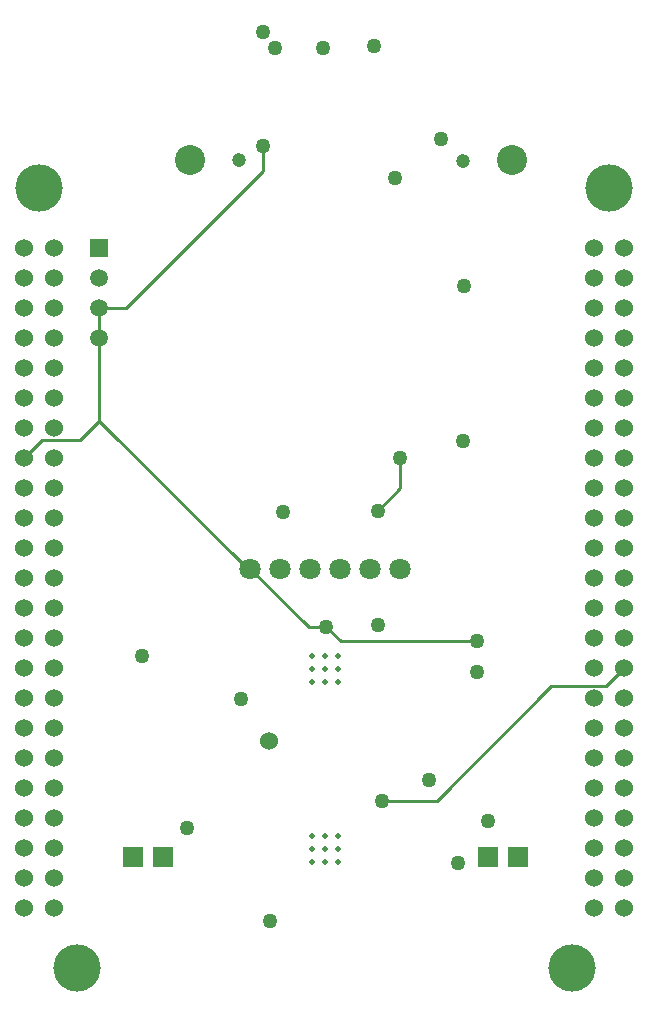
<source format=gbr>
G04 Layer_Physical_Order=2*
G04 Layer_Color=16440176*
%FSLAX26Y26*%
%MOIN*%
%TF.FileFunction,Copper,L2,Inr,Signal*%
%TF.Part,Single*%
G01*
G75*
%TA.AperFunction,Conductor*%
%ADD12C,0.010000*%
%TA.AperFunction,ComponentPad*%
%ADD13C,0.157480*%
%ADD14C,0.060000*%
%TA.AperFunction,ViaPad*%
%ADD15C,0.060000*%
%TA.AperFunction,ComponentPad*%
%ADD16C,0.100000*%
%ADD17C,0.047000*%
%ADD18R,0.059055X0.059055*%
%ADD19C,0.059055*%
%ADD20R,0.070866X0.070866*%
%ADD21C,0.070866*%
%TA.AperFunction,ViaPad*%
%ADD22C,0.050000*%
%ADD23C,0.019685*%
D12*
X653000Y-1069000D02*
X847000Y-1263000D01*
X906000D01*
X695000Y257992D02*
Y340000D01*
X150000Y-200000D02*
X237008D01*
X695000Y257992D01*
X85000Y-640000D02*
X150000Y-575000D01*
X-40000Y-640000D02*
X85000D01*
X644000Y-1069000D02*
X653000D01*
X150000Y-575000D02*
X644000Y-1069000D01*
X1840000Y-1460000D02*
X1900000Y-1400000D01*
X1093000Y-1843000D02*
X1273647D01*
X1656647Y-1460000D01*
X1840000D01*
X-100000Y-700000D02*
X-40000Y-640000D01*
X150000Y-575000D02*
Y-200000D01*
X1153000Y-799928D02*
Y-698779D01*
X1077928Y-875000D02*
X1153000Y-799928D01*
X906000Y-1263000D02*
X954000Y-1311000D01*
X1388000Y-1309000D02*
X1390000Y-1311000D01*
X954000D02*
X1390000D01*
X1410000D01*
D13*
X1850000Y200000D02*
D03*
X-50000D02*
D03*
X75000Y-2400000D02*
D03*
X1725000D02*
D03*
D14*
X1800000Y0D02*
D03*
Y-100000D02*
D03*
Y-200000D02*
D03*
Y-300000D02*
D03*
Y-400000D02*
D03*
Y-500000D02*
D03*
Y-600000D02*
D03*
Y-700000D02*
D03*
Y-800000D02*
D03*
Y-900000D02*
D03*
Y-1000000D02*
D03*
Y-1100000D02*
D03*
Y-1200000D02*
D03*
Y-1300000D02*
D03*
Y-1400000D02*
D03*
Y-1500000D02*
D03*
Y-1600000D02*
D03*
Y-1700000D02*
D03*
Y-1800000D02*
D03*
Y-1900000D02*
D03*
Y-2000000D02*
D03*
Y-2100000D02*
D03*
Y-2200000D02*
D03*
X1900000Y-100000D02*
D03*
Y-200000D02*
D03*
Y-300000D02*
D03*
Y-400000D02*
D03*
Y-500000D02*
D03*
Y-600000D02*
D03*
Y-700000D02*
D03*
Y-800000D02*
D03*
Y-900000D02*
D03*
Y-1000000D02*
D03*
Y-1100000D02*
D03*
Y-1200000D02*
D03*
Y-1300000D02*
D03*
Y-1400000D02*
D03*
Y-1500000D02*
D03*
Y-1600000D02*
D03*
Y-1700000D02*
D03*
Y-1800000D02*
D03*
Y-1900000D02*
D03*
Y-2000000D02*
D03*
Y-2100000D02*
D03*
Y-2200000D02*
D03*
X0Y0D02*
D03*
X-100000D02*
D03*
Y-100000D02*
D03*
Y-200000D02*
D03*
Y-300000D02*
D03*
Y-400000D02*
D03*
Y-500000D02*
D03*
Y-600000D02*
D03*
Y-700000D02*
D03*
Y-800000D02*
D03*
Y-900000D02*
D03*
Y-1000000D02*
D03*
Y-1100000D02*
D03*
Y-1200000D02*
D03*
Y-1300000D02*
D03*
Y-1400000D02*
D03*
Y-1500000D02*
D03*
Y-1600000D02*
D03*
Y-1700000D02*
D03*
Y-1800000D02*
D03*
Y-1900000D02*
D03*
Y-2000000D02*
D03*
Y-2100000D02*
D03*
Y-2200000D02*
D03*
X0Y-100000D02*
D03*
Y-200000D02*
D03*
Y-300000D02*
D03*
Y-400000D02*
D03*
Y-500000D02*
D03*
Y-600000D02*
D03*
Y-700000D02*
D03*
Y-800000D02*
D03*
Y-900000D02*
D03*
Y-1000000D02*
D03*
Y-1100000D02*
D03*
Y-1200000D02*
D03*
Y-1300000D02*
D03*
Y-1400000D02*
D03*
Y-1500000D02*
D03*
Y-1600000D02*
D03*
Y-1700000D02*
D03*
Y-1800000D02*
D03*
Y-1900000D02*
D03*
Y-2000000D02*
D03*
Y-2100000D02*
D03*
Y-2200000D02*
D03*
X1900000Y0D02*
D03*
D15*
X714614Y-1643000D02*
D03*
D16*
X1524200Y293000D02*
D03*
X451800D02*
D03*
D17*
X613700D02*
D03*
X1362300Y291400D02*
D03*
D18*
X150000Y0D02*
D03*
D19*
Y-100000D02*
D03*
Y-200000D02*
D03*
Y-300000D02*
D03*
D20*
X262449Y-2027897D02*
D03*
X362449D02*
D03*
X1443551D02*
D03*
X1543551D02*
D03*
D21*
X1153000Y-1069000D02*
D03*
X1053000D02*
D03*
X953000D02*
D03*
X853000D02*
D03*
X753000D02*
D03*
X653000D02*
D03*
D22*
X734000Y668000D02*
D03*
X695000Y722000D02*
D03*
X895000Y666000D02*
D03*
X1064000Y675000D02*
D03*
X717566Y-2243000D02*
D03*
X695000Y340000D02*
D03*
X1093000Y-1843000D02*
D03*
X1250078Y-1773000D02*
D03*
X623000Y-1503000D02*
D03*
X906000Y-1263000D02*
D03*
X1288000Y363000D02*
D03*
X443000Y-1933063D02*
D03*
X293000Y-1357874D02*
D03*
X763000Y-878000D02*
D03*
X1345000Y-2050000D02*
D03*
X1077928Y-1257598D02*
D03*
Y-875000D02*
D03*
X1362688Y-642598D02*
D03*
X1153000Y-698779D02*
D03*
X1365000Y-125000D02*
D03*
X1135000Y235000D02*
D03*
X1410000Y-1311000D02*
D03*
Y-1414000D02*
D03*
X1443766Y-1909000D02*
D03*
D23*
X946307Y-1959693D02*
D03*
X903000D02*
D03*
X859693D02*
D03*
X946307Y-2003000D02*
D03*
X903000D02*
D03*
X859693D02*
D03*
X946307Y-2046307D02*
D03*
X903000D02*
D03*
X859693D02*
D03*
Y-1444488D02*
D03*
X903000D02*
D03*
X946307D02*
D03*
X859693Y-1401181D02*
D03*
X903000D02*
D03*
X946307D02*
D03*
X859693Y-1357874D02*
D03*
X903000D02*
D03*
X946307D02*
D03*
%TF.MD5,b97ad7e5506bc0ce28794ffa95fbaf89*%
M02*

</source>
